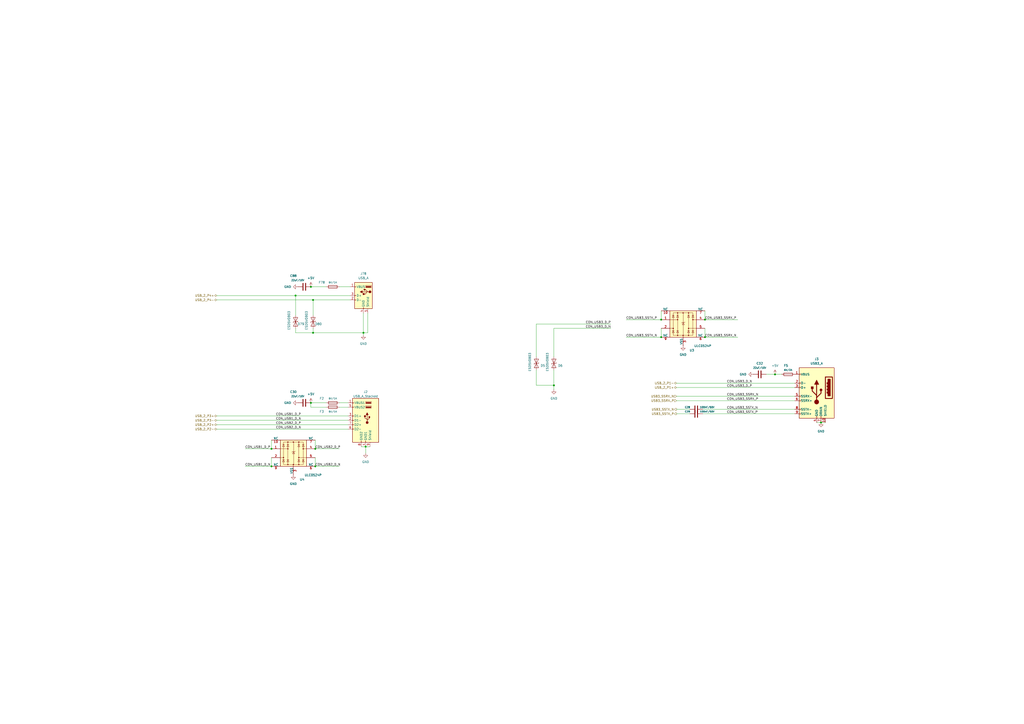
<source format=kicad_sch>
(kicad_sch (version 20231120) (generator "eeschema") (generator_version "8.0")
  (paper "A2")
  (title_block (title "nvme Carrier for LattePanda Mu") (date "2024-07-13") (rev "V1.0"))
  (lib_symbols
    (symbol "Connector:USB3_A" (pin_names (offset 1.016))
      (property "Reference" "J" (at -10.16 15.24 0))
      (property "Value" "USB3_A" (at 10.16 15.24 0))
      (symbol "USB3_A_0_0"
        (rectangle (start -9.144 8.636) (end -5.08 -3.81) (stroke (width 0.508)))
        (rectangle (start -7.874 7.366) (end -6.604 -2.286) (stroke (width 0.508)) (fill (type outline)))
        (rectangle (start -6.35 0) (end -6.096 -0.762) (stroke (width 0.508)))
        (rectangle (start -6.35 1.778) (end -6.096 1.016) (stroke (width 0.508)))
        (rectangle (start -6.35 3.556) (end -6.096 2.794) (stroke (width 0.508)))
        (rectangle (start -6.35 5.334) (end -6.096 4.572) (stroke (width 0.508)))
        (rectangle (start -2.794 -15.24) (end -2.286 -14.224))
        (rectangle (start -0.254 -15.24) (end 0.254 -14.224))
        (rectangle (start 10.16 -12.446) (end 9.144 -12.954))
        (rectangle (start 10.16 -9.906) (end 9.144 -10.414))
        (rectangle (start 10.16 -4.826) (end 9.144 -5.334))
        (rectangle (start 10.16 -2.286) (end 9.144 -2.794))
        (rectangle (start 10.16 2.794) (end 9.144 2.286))
        (rectangle (start 10.16 5.334) (end 9.144 4.826))
        (rectangle (start 10.16 10.414) (end 9.144 9.906))
      )
      (symbol "USB3_A_0_1"
        (rectangle (start -10.16 13.97) (end 10.16 -15.24) (stroke (width 0.254)) (fill (type background)))
      )
      (symbol "USB3_A_1_1"
        (circle (center -2.54 1.143) (radius 0.635) (stroke (width 0.254)) (fill (type outline)))
        (circle (center 0 -5.842) (radius 1.27) (fill (type outline)))
        (polyline (pts (xy 0 -5.842) (xy 0 4.318)) (stroke (width 0.508)))
        (polyline (pts (xy 0 -3.302) (xy -2.54 -0.762) (xy -2.54 0.508)) (stroke (width 0.508)))
        (polyline (pts (xy 0 -2.032) (xy 2.54 0.508) (xy 2.54 1.778)) (stroke (width 0.508)))
        (polyline (pts (xy -1.27 4.318) (xy 0 6.858) (xy 1.27 4.318) (xy -1.27 4.318)) (stroke (width 0.254)) (fill (type outline)))
        (rectangle (start 1.905 1.778) (end 3.175 3.048) (stroke (width 0.254)) (fill (type outline)))
        (pin power_in line (at 12.7 10.16 180) (length 2.54) (name "VBUS") (number "1"))
        (pin passive line (at -5.08 -17.78 90) (length 2.54) (name "SHIELD") (number "10"))
        (pin bidirectional line (at 12.7 5.08 180) (length 2.54) (name "D-") (number "2"))
        (pin bidirectional line (at 12.7 2.54 180) (length 2.54) (name "D+") (number "3"))
        (pin power_in line (at 0 -17.78 90) (length 2.54) (name "GND") (number "4"))
        (pin output line (at 12.7 -2.54 180) (length 2.54) (name "SSRX-") (number "5"))
        (pin output line (at 12.7 -5.08 180) (length 2.54) (name "SSRX+") (number "6"))
        (pin passive line (at -2.54 -17.78 90) (length 2.54) (name "DRAIN") (number "7"))
        (pin input line (at 12.7 -10.16 180) (length 2.54) (name "SSTX-") (number "8"))
        (pin input line (at 12.7 -12.7 180) (length 2.54) (name "SSTX+") (number "9"))
      )
    )
    (symbol "Connector:USB_A" (pin_names (offset 1.016))
      (property "Reference" "J" (at -5.08 11.43 0))
      (property "Value" "USB_A" (at -5.08 8.89 0))
      (symbol "USB_A_0_1"
        (rectangle (start -5.08 -7.62) (end 5.08 7.62) (stroke (width 0.254)) (fill (type background)))
        (circle (center -3.81 2.159) (radius 0.635) (stroke (width 0.254)) (fill (type outline)))
        (rectangle (start -1.524 4.826) (end -4.318 5.334) (fill (type outline)))
        (rectangle (start -1.27 4.572) (end -4.572 5.842))
        (circle (center -0.635 3.429) (radius 0.381) (stroke (width 0.254)) (fill (type outline)))
        (rectangle (start -0.127 -7.62) (end 0.127 -6.858))
        (polyline (pts (xy -3.175 2.159) (xy -2.54 2.159) (xy -1.27 3.429) (xy -0.635 3.429)) (stroke (width 0.254)))
        (polyline (pts (xy -2.54 2.159) (xy -1.905 2.159) (xy -1.27 0.889) (xy 0 0.889)) (stroke (width 0.254)))
        (polyline (pts (xy 0.635 2.794) (xy 0.635 1.524) (xy 1.905 2.159) (xy 0.635 2.794)) (stroke (width 0.254)) (fill (type outline)))
        (rectangle (start 0.254 1.27) (end -0.508 0.508) (stroke (width 0.254)) (fill (type outline)))
        (rectangle (start 5.08 -2.667) (end 4.318 -2.413))
        (rectangle (start 5.08 -0.127) (end 4.318 0.127))
        (rectangle (start 5.08 4.953) (end 4.318 5.207))
      )
      (symbol "USB_A_1_1"
        (polyline (pts (xy -1.905 2.159) (xy 0.635 2.159)) (stroke (width 0.254)))
        (pin power_in line (at 7.62 5.08 180) (length 2.54) (name "VBUS") (number "1"))
        (pin bidirectional line (at 7.62 -2.54 180) (length 2.54) (name "D-") (number "2"))
        (pin bidirectional line (at 7.62 0 180) (length 2.54) (name "D+") (number "3"))
        (pin power_in line (at 0 -10.16 90) (length 2.54) (name "GND") (number "4"))
        (pin passive line (at -2.54 -10.16 90) (length 2.54) (name "Shield") (number "5"))
      )
    )
    (symbol "Connector:USB_A_Stacked" (pin_names (offset 1.016))
      (property "Reference" "J" (at 0 15.875 0))
      (property "Value" "USB_A_Stacked" (at 0 13.97 0))
      (symbol "USB_A_Stacked_0_1"
        (rectangle (start -7.62 12.7) (end 7.62 -12.7) (stroke (width 0.254)) (fill (type background)))
        (circle (center -2.159 1.905) (radius 0.381) (stroke (width 0.254)) (fill (type outline)))
        (circle (center -0.889 -1.27) (radius 0.635) (stroke (width 0.254)) (fill (type outline)))
        (rectangle (start -0.254 7.366) (end -3.048 7.874) (fill (type outline)))
        (rectangle (start -0.254 9.906) (end -3.048 10.414) (fill (type outline)))
        (rectangle (start -0.127 -12.7) (end 0.127 -11.938))
        (polyline (pts (xy -1.524 3.175) (xy -0.254 3.175) (xy -0.889 4.445) (xy -1.524 3.175)) (stroke (width 0.254)) (fill (type outline)))
        (polyline (pts (xy -0.889 -0.635) (xy -0.889 0) (xy -2.159 1.27) (xy -2.159 1.905)) (stroke (width 0.254)))
        (polyline (pts (xy -0.889 0) (xy -0.889 0.635) (xy 0.381 1.27) (xy 0.381 2.54)) (stroke (width 0.254)))
        (rectangle (start 0 2.794) (end 0.762 2.032) (stroke (width 0.254)) (fill (type outline)))
        (rectangle (start 0 7.112) (end -3.302 8.382))
        (rectangle (start 0 9.652) (end -3.302 10.922))
        (rectangle (start 2.413 -12.7) (end 2.667 -11.938))
        (rectangle (start 7.62 -5.207) (end 6.858 -4.953))
        (rectangle (start 7.62 -2.667) (end 6.858 -2.413))
        (rectangle (start 7.62 -0.127) (end 6.858 0.127))
        (rectangle (start 7.62 2.413) (end 6.858 2.667))
        (rectangle (start 7.62 7.493) (end 6.858 7.747))
        (rectangle (start 7.62 10.033) (end 6.858 10.287))
      )
      (symbol "USB_A_Stacked_1_1"
        (polyline (pts (xy -0.889 0.635) (xy -0.889 3.175)) (stroke (width 0.254)))
        (pin power_in line (at 10.16 10.16 180) (length 2.54) (name "VBUS1") (number "1"))
        (pin bidirectional line (at 10.16 0 180) (length 2.54) (name "D1-") (number "2"))
        (pin bidirectional line (at 10.16 2.54 180) (length 2.54) (name "D1+") (number "3"))
        (pin power_in line (at 0 -15.24 90) (length 2.54) (name "GND1") (number "4"))
        (pin power_in line (at 10.16 7.62 180) (length 2.54) (name "VBUS2") (number "5"))
        (pin bidirectional line (at 10.16 -5.08 180) (length 2.54) (name "D2-") (number "6"))
        (pin bidirectional line (at 10.16 -2.54 180) (length 2.54) (name "D2+") (number "7"))
        (pin power_in line (at 2.54 -15.24 90) (length 2.54) (name "GND2") (number "8"))
        (pin passive line (at -2.54 -15.24 90) (length 2.54) (name "Shield") (number "9"))
      )
    )
    (symbol "Device:C" (pin_numbers hide) (pin_names (offset 0.254))
      (property "Reference" "C" (at 0.635 2.54 0))
      (property "Value" "C" (at 0.635 -2.54 0))
      (symbol "C_0_1"
        (polyline (pts (xy -2.032 -0.762) (xy 2.032 -0.762)) (stroke (width 0.508)))
        (polyline (pts (xy -2.032 0.762) (xy 2.032 0.762)) (stroke (width 0.508)))
      )
      (symbol "C_1_1"
        (pin passive line (at 0 3.81 270) (length 2.794) (name "~") (number "1"))
        (pin passive line (at 0 -3.81 90) (length 2.794) (name "~") (number "2"))
      )
    )
    (symbol "Device:Fuse" (pin_numbers hide) (pin_names (offset 0))
      (property "Reference" "F" (at 2.032 0 90))
      (property "Value" "Fuse" (at -1.905 0 90))
      (symbol "Fuse_0_1"
        (rectangle (start -0.762 -2.54) (end 0.762 2.54) (stroke (width 0.254)))
        (polyline (pts (xy 0 2.54) (xy 0 -2.54)))
      )
      (symbol "Fuse_1_1"
        (pin passive line (at 0 3.81 270) (length 1.27) (name "~") (number "1"))
        (pin passive line (at 0 -3.81 90) (length 1.27) (name "~") (number "2"))
      )
    )
    (symbol "Diode:ESD9B5.0ST5G" (pin_numbers hide) (pin_names (offset 1.016) hide)
      (property "Reference" "D" (at 0 2.54 0))
      (property "Value" "ESD9B5.0ST5G" (at 0 -2.54 0))
      (symbol "ESD9B5.0ST5G_0_1"
        (polyline (pts (xy 1.27 0) (xy -1.27 0)))
        (polyline (pts (xy -2.54 -1.27) (xy 0 0) (xy -2.54 1.27) (xy -2.54 -1.27)) (stroke (width 0.2032)))
        (polyline (pts (xy 0.508 1.27) (xy 0 1.27) (xy 0 -1.27) (xy -0.508 -1.27)) (stroke (width 0.2032)))
        (polyline (pts (xy 2.54 1.27) (xy 2.54 -1.27) (xy 0 0) (xy 2.54 1.27)) (stroke (width 0.2032)))
      )
      (symbol "ESD9B5.0ST5G_1_1"
        (pin passive line (at -3.81 0 0) (length 2.54) (name "A1") (number "1"))
        (pin passive line (at 3.81 0 180) (length 2.54) (name "A2") (number "2"))
      )
    )
    (symbol "Power_Protection:D3V3XA4B10LP" (pin_names (offset 0))
      (property "Reference" "U" (at -0.635 8.89 0))
      (property "Value" "D3V3XA4B10LP" (at 8.89 -10.16 0))
      (symbol "D3V3XA4B10LP_0_0"
        (rectangle (start -5.715 6.477) (end 5.715 -6.604))
        (polyline (pts (xy -3.175 -6.604) (xy -3.175 6.477)))
        (polyline (pts (xy 0.127 6.477) (xy 0.127 -6.604)))
        (polyline (pts (xy 3.175 6.477) (xy 3.175 -6.604)))
      )
      (symbol "D3V3XA4B10LP_0_1"
        (rectangle (start -7.62 7.62) (end 7.62 -7.62) (stroke (width 0.254)) (fill (type background)))
        (circle (center -5.715 -2.54) (radius 0.2794) (fill (type outline)))
        (circle (center -3.175 -6.604) (radius 0.2794) (fill (type outline)))
        (circle (center -3.175 2.54) (radius 0.2794) (fill (type outline)))
        (circle (center -3.175 6.477) (radius 0.2794) (fill (type outline)))
        (circle (center 0 -6.604) (radius 0.2794) (fill (type outline)))
        (polyline (pts (xy -7.747 2.54) (xy -3.175 2.54)))
        (polyline (pts (xy -7.62 -2.54) (xy -5.715 -2.54)))
        (polyline (pts (xy -5.08 -3.81) (xy -6.35 -3.81)))
        (polyline (pts (xy -5.08 5.08) (xy -6.35 5.08)))
        (polyline (pts (xy -2.54 -3.81) (xy -3.81 -3.81)))
        (polyline (pts (xy -2.54 5.08) (xy -3.81 5.08)))
        (polyline (pts (xy -0.508 0.889) (xy -0.889 0.635)))
        (polyline (pts (xy 0 -6.604) (xy 0 -7.62)))
        (polyline (pts (xy 0.762 0.889) (xy -0.508 0.889)))
        (polyline (pts (xy 0.762 0.889) (xy 1.143 1.143)))
        (polyline (pts (xy 3.81 -3.81) (xy 2.54 -3.81)))
        (polyline (pts (xy 3.81 5.08) (xy 2.54 5.08)))
        (polyline (pts (xy 6.35 -3.81) (xy 5.08 -3.81)))
        (polyline (pts (xy 6.35 5.08) (xy 5.08 5.08)))
        (polyline (pts (xy 7.62 -2.54) (xy 3.175 -2.54)))
        (polyline (pts (xy 7.62 2.54) (xy 5.715 2.54)))
        (polyline (pts (xy -5.08 -5.08) (xy -6.35 -5.08) (xy -5.715 -3.81) (xy -5.08 -5.08)))
        (polyline (pts (xy -5.08 3.81) (xy -6.35 3.81) (xy -5.715 5.08) (xy -5.08 3.81)))
        (polyline (pts (xy -2.54 -5.08) (xy -3.81 -5.08) (xy -3.175 -3.81) (xy -2.54 -5.08)))
        (polyline (pts (xy -2.54 3.81) (xy -3.81 3.81) (xy -3.175 5.08) (xy -2.54 3.81)))
        (polyline (pts (xy 0.762 -0.381) (xy -0.508 -0.381) (xy 0.127 0.889) (xy 0.762 -0.381)))
        (polyline (pts (xy 3.81 -5.08) (xy 2.54 -5.08) (xy 3.175 -3.81) (xy 3.81 -5.08)))
        (polyline (pts (xy 3.81 3.81) (xy 2.54 3.81) (xy 3.175 5.08) (xy 3.81 3.81)))
        (polyline (pts (xy 6.35 -5.08) (xy 5.08 -5.08) (xy 5.715 -3.81) (xy 6.35 -5.08)))
        (polyline (pts (xy 6.35 3.81) (xy 5.08 3.81) (xy 5.715 5.08) (xy 6.35 3.81)))
        (circle (center 0 6.477) (radius 0.2794) (fill (type outline)))
        (circle (center 3.175 -6.604) (radius 0.2794) (fill (type outline)))
        (circle (center 3.175 -2.54) (radius 0.2794) (fill (type outline)))
        (circle (center 3.175 6.477) (radius 0.2794) (fill (type outline)))
        (circle (center 5.715 2.54) (radius 0.2794) (fill (type outline)))
      )
      (symbol "D3V3XA4B10LP_1_1"
        (pin passive line (at -12.7 2.54 0) (length 5.08) (name "~") (number "1"))
        (pin free line (at -12.7 7.62 0) (length 5.08) (name "NC") (number "10"))
        (pin passive line (at -12.7 -2.54 0) (length 5.08) (name "~") (number "2"))
        (pin power_in line (at 0 -12.7 90) (length 5.08) (name "VSS") (number "3"))
        (pin passive line (at 12.7 2.54 180) (length 5.08) (name "~") (number "4"))
        (pin passive line (at 12.7 -2.54 180) (length 5.08) (name "~") (number "5"))
        (pin free line (at 12.7 -7.62 180) (length 5.08) (name "NC") (number "6"))
        (pin free line (at 12.7 7.62 180) (length 5.08) (name "NC") (number "7"))
        (pin passive line (at 0 -12.7 90) (length 5.08) hide (name "VSS") (number "8"))
        (pin free line (at -12.7 -7.62 0) (length 5.08) (name "NC") (number "9"))
      )
    )
    (symbol "power:+5V" (power) (pin_numbers hide) (pin_names (offset 0) hide)
      (property "Value" "+5V" (at 0 3.556 0))
      (symbol "+5V_0_1"
        (polyline (pts (xy -0.762 1.27) (xy 0 2.54)))
        (polyline (pts (xy 0 0) (xy 0 2.54)))
        (polyline (pts (xy 0 2.54) (xy 0.762 1.27)))
      )
      (symbol "+5V_1_1"
        (pin power_in line (at 0 0 90) (length 0) (name "~") (number "1"))
      )
    )
    (symbol "power:GND" (power) (pin_numbers hide) (pin_names (offset 0) hide)
      (property "Value" "GND" (at 0 -3.81 0))
      (symbol "GND_0_1"
        (polyline (pts (xy 0 0) (xy 0 -1.27) (xy 1.27 -1.27) (xy 0 -2.54) (xy -1.27 -1.27) (xy 0 -1.27)))
      )
      (symbol "GND_1_1"
        (pin power_in line (at 0 0 270) (length 0) (name "~") (number "1"))
      )
    )
  )
  (junction (at 408.94 185.42))
  (junction (at 157.48 270.51))
  (junction (at 476.25 245.11))
  (junction (at 182.88 260.35))
  (junction (at 449.58 217.17))
  (junction (at 181.61 173.99))
  (junction (at 157.48 260.35))
  (junction (at 408.94 195.58))
  (junction (at 181.61 193.04))
  (junction (at 180.34 166.37))
  (junction (at 383.54 185.42))
  (junction (at 180.34 233.68))
  (junction (at 321.31 223.52))
  (junction (at 212.09 259.08))
  (junction (at 171.45 171.45))
  (junction (at 210.82 193.04))
  (junction (at 182.88 270.51))
  (junction (at 383.54 195.58))
  (wire (pts (xy 408.94 180.34) (xy 408.94 185.42)))
  (wire (pts (xy 125.73 246.38) (xy 201.93 246.38)))
  (wire (pts (xy 407.67 237.49) (xy 461.01 237.49)))
  (wire (pts (xy 181.61 173.99) (xy 181.61 182.88)))
  (wire (pts (xy 171.45 190.5) (xy 171.45 193.04)))
  (wire (pts (xy 125.73 173.99) (xy 181.61 173.99)))
  (wire (pts (xy 311.15 187.96) (xy 311.15 207.01)))
  (wire (pts (xy 196.85 233.68) (xy 201.93 233.68)))
  (wire (pts (xy 476.25 245.11) (xy 478.79 245.11)))
  (wire (pts (xy 181.61 173.99) (xy 203.2 173.99)))
  (wire (pts (xy 196.85 236.22) (xy 201.93 236.22)))
  (wire (pts (xy 157.48 255.27) (xy 157.48 260.35)))
  (wire (pts (xy 392.43 237.49) (xy 400.05 237.49)))
  (wire (pts (xy 363.22 195.58) (xy 383.54 195.58)))
  (wire (pts (xy 473.71 245.11) (xy 476.25 245.11)))
  (wire (pts (xy 125.73 171.45) (xy 171.45 171.45)))
  (wire (pts (xy 408.94 195.58) (xy 427.99 195.58)))
  (wire (pts (xy 210.82 193.04) (xy 210.82 194.31)))
  (wire (pts (xy 125.73 243.84) (xy 201.93 243.84)))
  (wire (pts (xy 180.34 236.22) (xy 180.34 233.68)))
  (wire (pts (xy 171.45 193.04) (xy 181.61 193.04)))
  (wire (pts (xy 182.88 255.27) (xy 182.88 260.35)))
  (wire (pts (xy 212.09 259.08) (xy 214.63 259.08)))
  (wire (pts (xy 196.85 166.37) (xy 203.2 166.37)))
  (wire (pts (xy 213.36 193.04) (xy 210.82 193.04)))
  (wire (pts (xy 392.43 222.25) (xy 461.01 222.25)))
  (wire (pts (xy 171.45 171.45) (xy 171.45 182.88)))
  (wire (pts (xy 157.48 265.43) (xy 157.48 270.51)))
  (wire (pts (xy 180.34 233.68) (xy 189.23 233.68)))
  (wire (pts (xy 311.15 214.63) (xy 311.15 223.52)))
  (wire (pts (xy 213.36 181.61) (xy 213.36 193.04)))
  (wire (pts (xy 182.88 270.51) (xy 196.85 270.51)))
  (wire (pts (xy 189.23 236.22) (xy 180.34 236.22)))
  (wire (pts (xy 182.88 260.35) (xy 196.85 260.35)))
  (wire (pts (xy 125.73 248.92) (xy 201.93 248.92)))
  (wire (pts (xy 449.58 217.17) (xy 453.39 217.17)))
  (wire (pts (xy 321.31 190.5) (xy 354.33 190.5)))
  (wire (pts (xy 142.24 260.35) (xy 157.48 260.35)))
  (wire (pts (xy 383.54 180.34) (xy 383.54 185.42)))
  (wire (pts (xy 392.43 240.03) (xy 400.05 240.03)))
  (wire (pts (xy 363.22 185.42) (xy 383.54 185.42)))
  (wire (pts (xy 182.88 265.43) (xy 182.88 270.51)))
  (wire (pts (xy 125.73 241.3) (xy 201.93 241.3)))
  (wire (pts (xy 210.82 181.61) (xy 210.82 193.04)))
  (wire (pts (xy 408.94 185.42) (xy 427.99 185.42)))
  (wire (pts (xy 181.61 190.5) (xy 181.61 193.04)))
  (wire (pts (xy 311.15 187.96) (xy 354.33 187.96)))
  (wire (pts (xy 321.31 226.06) (xy 321.31 223.52)))
  (wire (pts (xy 171.45 171.45) (xy 203.2 171.45)))
  (wire (pts (xy 407.67 240.03) (xy 461.01 240.03)))
  (wire (pts (xy 212.09 259.08) (xy 212.09 262.89)))
  (wire (pts (xy 392.43 229.87) (xy 461.01 229.87)))
  (wire (pts (xy 449.58 217.17) (xy 444.5 217.17)))
  (wire (pts (xy 408.94 190.5) (xy 408.94 195.58)))
  (wire (pts (xy 392.43 224.79) (xy 461.01 224.79)))
  (wire (pts (xy 311.15 223.52) (xy 321.31 223.52)))
  (wire (pts (xy 321.31 214.63) (xy 321.31 223.52)))
  (wire (pts (xy 209.55 259.08) (xy 212.09 259.08)))
  (wire (pts (xy 392.43 232.41) (xy 461.01 232.41)))
  (wire (pts (xy 181.61 193.04) (xy 210.82 193.04)))
  (wire (pts (xy 142.24 270.51) (xy 157.48 270.51)))
  (wire (pts (xy 383.54 190.5) (xy 383.54 195.58)))
  (wire (pts (xy 321.31 207.01) (xy 321.31 190.5)))
  (wire (pts (xy 180.34 166.37) (xy 189.23 166.37)))
  (label "CON_USB3_SSRX_P" (at 408.94 185.42 0))
  (label "CON_USB2_D_P" (at 160.02 246.38 0))
  (label "CON_USB3_D_N" (at 354.33 190.5 180))
  (label "CON_USB3_D_P" (at 354.33 187.96 180))
  (label "CON_USB3_SSRX_N" (at 408.94 195.58 0))
  (label "CON_USB2_D_N" (at 160.02 248.92 0))
  (label "CON_USB1_D_P" (at 160.02 241.3 0))
  (label "CON_USB3_SSTX_N" (at 363.22 195.58 0))
  (label "CON_USB3_SSTX_N" (at 421.64 237.49 0))
  (label "CON_USB3_SSRX_P" (at 421.64 232.41 0))
  (label "CON_USB3_SSTX_P" (at 421.64 240.03 0))
  (label "CON_USB3_SSRX_N" (at 421.64 229.87 0))
  (label "CON_USB2_D_N" (at 182.88 270.51 0))
  (label "CON_USB3_D_N" (at 421.64 222.25 0))
  (label "CON_USB3_D_P" (at 421.64 224.79 0))
  (label "CON_USB1_D_N" (at 160.02 243.84 0))
  (label "CON_USB3_SSTX_P" (at 363.22 185.42 0))
  (label "CON_USB1_D_P" (at 142.24 260.35 0))
  (label "CON_USB2_D_P" (at 182.88 260.35 0))
  (label "CON_USB1_D_N" (at 142.24 270.51 0))
  (hierarchical_label "USB_2_P2+" (shape bidirectional) (at 125.73 246.38 180))
  (hierarchical_label "USB_2_P3-" (shape bidirectional) (at 125.73 243.84 180))
  (hierarchical_label "USB3_SSTX_N" (shape output) (at 392.43 237.49 180))
  (hierarchical_label "USB_2_P3+" (shape bidirectional) (at 125.73 241.3 180))
  (hierarchical_label "USB_2_P4-" (shape bidirectional) (at 125.73 173.99 180))
  (hierarchical_label "USB3_SSRX_P" (shape input) (at 392.43 232.41 180))
  (hierarchical_label "USB_2_P2-" (shape bidirectional) (at 125.73 248.92 180))
  (hierarchical_label "USB_2_P4+" (shape bidirectional) (at 125.73 171.45 180))
  (hierarchical_label "USB3_SSRX_N" (shape input) (at 392.43 229.87 180))
  (hierarchical_label "USB_2_P1-" (shape bidirectional) (at 392.43 222.25 180))
  (hierarchical_label "USB_2_P1+" (shape bidirectional) (at 392.43 224.79 180))
  (hierarchical_label "USB3_SSTX_P" (shape output) (at 392.43 240.03 180))
  (symbol (lib_id "Diode:ESD9B5.0ST5G") (at 321.31 210.82 270) (mirror x) (unit 1)
    (property "Reference" "D6" (at 326.39 212.09 90) (effects (justify right)))
    (property "Value" "ESD5V0B03" (at 317.5 204.47 0) (effects (justify right)))
    (property "Footprint" "A_HDJ_Library:D_0402_1005Metric" (effects (hide yes)))
    (property "Datasheet" "https://wmsc.lcsc.com/wmsc/upload/file/pdf/v2/lcsc/2108131930_TECH-PUBLIC-ESD5V0B03-1006_C521894.pdf" (effects (hide yes)))
    (property "SCH_Show_Footprint" "D0402" (effects (hide yes)))
    (property "Part#" "C521894" (effects (hide yes)))
    (property "MPN" "ESD5V0B03-1006" (effects (hide yes)))
    (property "Package" "0402" (effects (hide yes)))
    (property "LCSC Part #" "C521894" (effects (hide yes)))
  )
  (symbol (lib_id "Device:Fuse") (at 193.04 233.68 90) (unit 1)
    (property "Reference" "F2" (at 186.69 231.14 90))
    (property "Value" "6V/1A" (at 193.04 231.14 90) (effects (font (size 1 1))))
    (property "Footprint" "A_HDJ_Library:Fuse_0805_2012Metric" (effects (hide yes)))
    (property "Datasheet" "https://wmsc.lcsc.com/wmsc/upload/file/pdf/v2/lcsc/2305121423_BHFUSE-BSMD0805-100-6V_C883112.pdf" (effects (hide yes)))
    (property "SCH_Show_Footprint" "R0603" (effects (hide yes)))
    (property "Part#" "C883112" (effects (hide yes)))
    (property "MPN" "BSMD0805-100-6V" (effects (hide yes)))
    (property "Package" "0805" (effects (hide yes)))
    (property "LCSC Part #" "C883112" (effects (hide yes)))
  )
  (symbol (lib_id "power:GND") (at 396.24 200.66 0) (unit 1)
    (property "Reference" "#PWR033" (effects (hide yes)))
    (property "Value" "GND" (at 396.24 205.74 0))
  )
  (symbol (lib_id "Power_Protection:D3V3XA4B10LP") (at 170.18 262.89 0) (unit 1)
    (property "Reference" "U4" (at 175.26 278.13 0))
    (property "Value" "ULC0524P" (at 181.61 275.59 0))
    (property "Footprint" "A_HDJ_Library:Diodes_UDFN-10_1.0x2.5mm_P0.5mm" (effects (hide yes)))
    (property "Datasheet" "https://www.diodes.com/assets/Datasheets/D3V3XA4B10LP.pdf" (effects (hide yes)))
    (property "Part#" "C2835428" (effects (hide yes)))
    (property "MPN" "ULC0524P" (effects (hide yes)))
    (property "Package" "DFN2510" (effects (hide yes)))
    (property "LCSC Part #" "C2835428" (effects (hide yes)))
  )
  (symbol (lib_id "Device:Fuse") (at 193.04 166.37 90) (unit 1)
    (property "Reference" "F78" (at 186.69 163.83 90))
    (property "Value" "6V/1A" (at 193.04 163.83 90) (effects (font (size 1 1))))
    (property "Footprint" "A_HDJ_Library:Fuse_0805_2012Metric" (effects (hide yes)))
    (property "Datasheet" "https://wmsc.lcsc.com/wmsc/upload/file/pdf/v2/lcsc/2305121423_BHFUSE-BSMD0805-100-6V_C883112.pdf" (effects (hide yes)))
    (property "SCH_Show_Footprint" "R0603" (effects (hide yes)))
    (property "Part#" "C883112" (effects (hide yes)))
    (property "MPN" "BSMD0805-100-6V" (effects (hide yes)))
    (property "Package" "0805" (effects (hide yes)))
    (property "LCSC Part #" "C883112" (effects (hide yes)))
  )
  (symbol (lib_id "power:GND") (at 210.82 194.31 0) (unit 1)
    (property "Reference" "#PWR0105" (effects (hide yes)))
    (property "Value" "GND" (at 210.82 199.39 0))
    (property "Description" "Power symbol creates a global label with name \"GND\" , ground" (effects (hide yes)))
  )
  (symbol (lib_id "Diode:ESD9B5.0ST5G") (at 181.61 186.69 270) (mirror x) (unit 1)
    (property "Reference" "D80" (at 186.69 187.96 90) (effects (justify right)))
    (property "Value" "ESD5V0B03" (at 177.8 180.34 0) (effects (justify right)))
    (property "Footprint" "A_HDJ_Library:D_0402_1005Metric" (effects (hide yes)))
    (property "Datasheet" "https://wmsc.lcsc.com/wmsc/upload/file/pdf/v2/lcsc/2108131930_TECH-PUBLIC-ESD5V0B03-1006_C521894.pdf" (effects (hide yes)))
    (property "SCH_Show_Footprint" "D0402" (effects (hide yes)))
    (property "Part#" "C521894" (effects (hide yes)))
    (property "MPN" "ESD5V0B03-1006" (effects (hide yes)))
    (property "Package" "0402" (effects (hide yes)))
    (property "LCSC Part #" "C521894" (effects (hide yes)))
  )
  (symbol (lib_id "Device:Fuse") (at 193.04 236.22 90) (unit 1)
    (property "Reference" "F3" (at 186.69 238.76 90))
    (property "Value" "6V/1A" (at 193.04 238.76 90) (effects (font (size 1 1))))
    (property "Footprint" "A_HDJ_Library:Fuse_0805_2012Metric" (effects (hide yes)))
    (property "Datasheet" "https://wmsc.lcsc.com/wmsc/upload/file/pdf/v2/lcsc/2305121423_BHFUSE-BSMD0805-100-6V_C883112.pdf" (effects (hide yes)))
    (property "SCH_Show_Footprint" "R0603" (effects (hide yes)))
    (property "Part#" "C883112" (effects (hide yes)))
    (property "MPN" "BSMD0805-100-6V" (effects (hide yes)))
    (property "Package" "0805" (effects (hide yes)))
    (property "LCSC Part #" "C883112" (effects (hide yes)))
  )
  (symbol (lib_id "power:GND") (at 476.25 245.11 0) (unit 1)
    (property "Reference" "#PWR044" (effects (hide yes)))
    (property "Value" "GND" (at 476.25 250.19 0))
  )
  (symbol (lib_id "Connector:USB3_A") (at 473.71 227.33 0) (mirror y) (unit 1)
    (property "Reference" "J3" (at 473.71 208.28 0))
    (property "Value" "USB3_A" (at 473.71 210.82 0))
    (property "Footprint" "Connector_USB:USB3_A_Receptacle_Wuerth_692122030100" (effects (hide yes)))
    (property "Datasheet" "https://wmsc.lcsc.com/wmsc/upload/file/pdf/v2/lcsc/2306021057_Wurth-Elektronik-692122030100_C5355286.pdf" (effects (hide yes)))
    (property "Description" "USB 3.0 A connector" (effects (hide yes)))
    (property "MPN" "692122030100" (effects (hide yes)))
    (property "Package" "Plugin" (effects (hide yes)))
    (property "MPN_alt" "692122030100" (effects (hide yes)))
  )
  (symbol (lib_id "power:GND") (at 321.31 226.06 0) (mirror y) (unit 1)
    (property "Reference" "#PWR032" (effects (hide yes)))
    (property "Value" "GND" (at 321.31 231.14 0))
  )
  (symbol (lib_id "Device:C") (at 176.53 233.68 90) (unit 1)
    (property "Reference" "C30" (at 170.18 227.33 90))
    (property "Value" "22uF/10V" (at 172.72 229.87 90) (effects (font (size 1 1))))
    (property "Footprint" "A_HDJ_Library:C_0603_1608Metric" (effects (hide yes)))
    (property "Datasheet" "https://www.lcsc.com/datasheet/lcsc_datasheet_2304140030_Samsung-Electro-Mechanics-CL10A226MP8NUNE_C86295.pdf" (effects (hide yes)))
    (property "SCH_Show_Footprint" "C603" (effects (hide yes)))
    (property "Part#" "C86295" (effects (hide yes)))
    (property "MPN" "CL10A226MP8NUNE" (effects (hide yes)))
    (property "Package" "0603" (effects (hide yes)))
    (property "LCSC Part #" "C86295" (effects (hide yes)))
  )
  (symbol (lib_id "power:+5V") (at 449.58 217.17 0) (unit 1)
    (property "Reference" "#PWR040" (effects (hide yes)))
    (property "Value" "+5V" (at 449.58 212.09 0))
  )
  (symbol (lib_id "power:GND") (at 172.72 166.37 270) (unit 1)
    (property "Reference" "#PWR0126" (effects (hide yes)))
    (property "Value" "GND" (at 168.91 166.37 90) (effects (justify right)))
  )
  (symbol (lib_id "Connector:USB_A_Stacked") (at 212.09 243.84 0) (mirror y) (unit 1)
    (property "Reference" "J2" (at 212.09 227.33 0))
    (property "Value" "USB_A_Stacked" (at 212.09 229.87 0))
    (property "Footprint" "A_HDJ_Library:USB_A_CUI_UJ2-ADH-TH_Horizontal_Stacked" (effects (hide yes)))
    (property "Datasheet" "https://www.lcsc.com/datasheet/lcsc_datasheet_2401291333_CUI-UJ2-ADH-1-TH_C3197848.pdf" (effects (hide yes)))
    (property "Part#" "C3197848" (effects (hide yes)))
    (property "MPN" "UJ2-ADH-1-TH" (effects (hide yes)))
    (property "Package" "Plugin" (effects (hide yes)))
    (property "MPN_alt" "AF SS-JB17.6" (effects (hide yes)))
    (property "LCSC Part #" "C456021" (effects (hide yes)))
  )
  (symbol (lib_id "Device:C") (at 403.86 237.49 90) (unit 1)
    (property "Reference" "C28" (at 398.78 236.22 90) (effects (font (size 1 1))))
    (property "Value" "100nF/50V" (at 410.21 236.22 90) (effects (font (size 1 1))))
    (property "Footprint" "A_HDJ_Library:C_0402_1005Metric" (effects (hide yes)))
    (property "Datasheet" "https://wmsc.lcsc.com/wmsc/upload/file/pdf/v2/lcsc/1809272047_Murata-Electronics-GRM155R71H104KE14D_C77020.pdf" (effects (hide yes)))
    (property "SCH_Show_Footprint" "C0402" (effects (hide yes)))
    (property "Part#" "C77020" (effects (hide yes)))
    (property "MPN" "GRM155R71H104KE14D" (effects (hide yes)))
    (property "Package" "0402" (effects (hide yes)))
    (property "LCSC Part #" "C77020" (effects (hide yes)))
  )
  (symbol (lib_id "Device:C") (at 440.69 217.17 90) (unit 1)
    (property "Reference" "C32" (at 440.69 210.82 90))
    (property "Value" "22uF/10V" (at 440.69 213.36 90) (effects (font (size 1 1))))
    (property "Footprint" "A_HDJ_Library:C_0603_1608Metric" (effects (hide yes)))
    (property "Datasheet" "https://www.lcsc.com/datasheet/lcsc_datasheet_2304140030_Samsung-Electro-Mechanics-CL10A226MP8NUNE_C86295.pdf" (effects (hide yes)))
    (property "SCH_Show_Footprint" "C603" (effects (hide yes)))
    (property "Part#" "C86295" (effects (hide yes)))
    (property "MPN" "CL10A226MP8NUNE" (effects (hide yes)))
    (property "Package" "0603" (effects (hide yes)))
    (property "LCSC Part #" "C86295" (effects (hide yes)))
  )
  (symbol (lib_id "Device:C") (at 176.53 166.37 90) (unit 1)
    (property "Reference" "C88" (at 170.18 160.02 90))
    (property "Value" "22uF/10V" (at 172.72 162.56 90) (effects (font (size 1 1))))
    (property "Footprint" "A_HDJ_Library:C_0603_1608Metric" (effects (hide yes)))
    (property "Datasheet" "https://www.lcsc.com/datasheet/lcsc_datasheet_2304140030_Samsung-Electro-Mechanics-CL10A226MP8NUNE_C86295.pdf" (effects (hide yes)))
    (property "SCH_Show_Footprint" "C603" (effects (hide yes)))
    (property "Part#" "C86295" (effects (hide yes)))
    (property "MPN" "CL10A226MP8NUNE" (effects (hide yes)))
    (property "Package" "0603" (effects (hide yes)))
    (property "LCSC Part #" "C86295" (effects (hide yes)))
  )
  (symbol (lib_id "Device:C") (at 403.86 240.03 90) (unit 1)
    (property "Reference" "C29" (at 398.78 238.76 90) (effects (font (size 1 1))))
    (property "Value" "100nF/50V" (at 410.21 238.76 90) (effects (font (size 1 1))))
    (property "Footprint" "A_HDJ_Library:C_0402_1005Metric" (effects (hide yes)))
    (property "Datasheet" "https://wmsc.lcsc.com/wmsc/upload/file/pdf/v2/lcsc/1809272047_Murata-Electronics-GRM155R71H104KE14D_C77020.pdf" (effects (hide yes)))
    (property "SCH_Show_Footprint" "C0402" (effects (hide yes)))
    (property "Part#" "C77020" (effects (hide yes)))
    (property "MPN" "GRM155R71H104KE14D" (effects (hide yes)))
    (property "Package" "0402" (effects (hide yes)))
    (property "LCSC Part #" "C77020" (effects (hide yes)))
  )
  (symbol (lib_id "Power_Protection:D3V3XA4B10LP") (at 396.24 187.96 0) (unit 1)
    (property "Reference" "U3" (at 401.32 203.2 0))
    (property "Value" "ULC0524P" (at 407.67 200.66 0))
    (property "Footprint" "A_HDJ_Library:Diodes_UDFN-10_1.0x2.5mm_P0.5mm" (effects (hide yes)))
    (property "Datasheet" "https://www.diodes.com/assets/Datasheets/D3V3XA4B10LP.pdf" (effects (hide yes)))
    (property "Part#" "C2835428" (effects (hide yes)))
    (property "MPN" "ULC0524P" (effects (hide yes)))
    (property "Package" "DFN2510" (effects (hide yes)))
    (property "LCSC Part #" "C2835428" (effects (hide yes)))
  )
  (symbol (lib_id "power:GND") (at 172.72 233.68 270) (unit 1)
    (property "Reference" "#PWR035" (effects (hide yes)))
    (property "Value" "GND" (at 168.91 233.68 90) (effects (justify right)))
  )
  (symbol (lib_id "power:+5V") (at 180.34 166.37 0) (unit 1)
    (property "Reference" "#PWR0198" (effects (hide yes)))
    (property "Value" "+5V" (at 180.34 161.29 0))
  )
  (symbol (lib_id "power:GND") (at 170.18 275.59 0) (unit 1)
    (property "Reference" "#PWR034" (effects (hide yes)))
    (property "Value" "GND" (at 170.18 280.67 0))
  )
  (symbol (lib_id "Diode:ESD9B5.0ST5G") (at 311.15 210.82 270) (mirror x) (unit 1)
    (property "Reference" "D5" (at 316.23 212.09 90) (effects (justify right)))
    (property "Value" "ESD5V0B03" (at 307.34 204.47 0) (effects (justify right)))
    (property "Footprint" "A_HDJ_Library:D_0402_1005Metric" (effects (hide yes)))
    (property "Datasheet" "https://wmsc.lcsc.com/wmsc/upload/file/pdf/v2/lcsc/2108131930_TECH-PUBLIC-ESD5V0B03-1006_C521894.pdf" (effects (hide yes)))
    (property "SCH_Show_Footprint" "D0402" (effects (hide yes)))
    (property "Part#" "C521894" (effects (hide yes)))
    (property "MPN" "ESD5V0B03-1006" (effects (hide yes)))
    (property "Package" "0402" (effects (hide yes)))
    (property "LCSC Part #" "C521894" (effects (hide yes)))
  )
  (symbol (lib_id "power:GND") (at 436.88 217.17 270) (unit 1)
    (property "Reference" "#PWR037" (effects (hide yes)))
    (property "Value" "GND" (at 433.07 217.17 90) (effects (justify right)))
  )
  (symbol (lib_id "Device:Fuse") (at 457.2 217.17 90) (unit 1)
    (property "Reference" "F5" (at 455.93 212.09 90))
    (property "Value" "6V/2A" (at 457.2 214.63 90) (effects (font (size 1 1))))
    (property "Footprint" "A_HDJ_Library:Fuse_0805_2012Metric" (effects (hide yes)))
    (property "Datasheet" "https://wmsc.lcsc.com/wmsc/upload/file/pdf/v2/lcsc/2305121425_BHFUSE-BSMD0805L-200_C2757931.pdf" (effects (hide yes)))
    (property "SCH_Show_Footprint" "R0805" (effects (hide yes)))
    (property "Part#" "C2757931" (effects (hide yes)))
    (property "MPN" "BSMD0805L-200" (effects (hide yes)))
    (property "Package" "0805" (effects (hide yes)))
    (property "LCSC Part #" "C2757931" (effects (hide yes)))
  )
  (symbol (lib_id "Diode:ESD9B5.0ST5G") (at 171.45 186.69 270) (mirror x) (unit 1)
    (property "Reference" "D79" (at 176.53 187.96 90) (effects (justify right)))
    (property "Value" "ESD5V0B03" (at 167.64 180.34 0) (effects (justify right)))
    (property "Footprint" "A_HDJ_Library:D_0402_1005Metric" (effects (hide yes)))
    (property "Datasheet" "https://wmsc.lcsc.com/wmsc/upload/file/pdf/v2/lcsc/2108131930_TECH-PUBLIC-ESD5V0B03-1006_C521894.pdf" (effects (hide yes)))
    (property "SCH_Show_Footprint" "D0402" (effects (hide yes)))
    (property "Part#" "C521894" (effects (hide yes)))
    (property "MPN" "ESD5V0B03-1006" (effects (hide yes)))
    (property "Package" "0402" (effects (hide yes)))
    (property "LCSC Part #" "C521894" (effects (hide yes)))
  )
  (symbol (lib_id "Connector:USB_A") (at 210.82 171.45 0) (mirror y) (unit 1)
    (property "Reference" "J78" (at 210.82 158.75 0))
    (property "Value" "USB_A" (at 210.82 161.29 0))
    (property "Footprint" "Connector_USB:USB_A_Molex_105057_Vertical" (effects (hide yes)))
    (property "Datasheet" "https://www.molex.com/content/dam/molex/molex-dot-com/products/automated/en-us/salesdrawingpdf/105/105057/1050570001_sd.pdf" (effects (hide yes)))
    (property "Description" "USB Type A connector" (effects (hide yes)))
    (property "Part#" "C586225" (effects (hide yes)))
    (property "MPN" "1050570001" (effects (hide yes)))
    (property "Package" "Plugin" (effects (hide yes)))
    (property "LCSC Part #" "C586225" (effects (hide yes)))
  )
  (symbol (lib_id "power:+5V") (at 180.34 233.68 0) (unit 1)
    (property "Reference" "#PWR038" (effects (hide yes)))
    (property "Value" "+5V" (at 180.34 228.6 0))
  )
  (symbol (lib_id "power:GND") (at 212.09 262.89 0) (unit 1)
    (property "Reference" "#PWR042" (effects (hide yes)))
    (property "Value" "GND" (at 212.09 267.97 0))
  )
)
</source>
